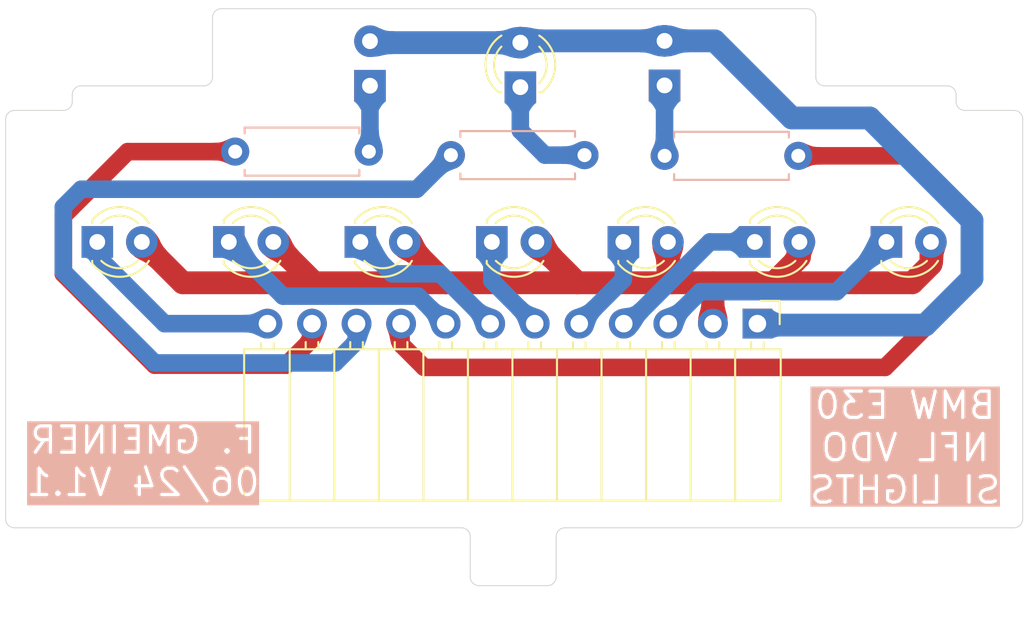
<source format=kicad_pcb>
(kicad_pcb (version 20240108) (generator "pcbnew") (generator_version "8.0")
  (layers (0 "F.Cu" signal) (31 "B.Cu" signal) (34 "B.Paste" user) (35 "F.Paste" user) (36 "B.SilkS" user "B.Silkscreen") (37 "F.SilkS" user "F.Silkscreen") (38 "B.Mask" user) (39 "F.Mask" user) (44 "Edge.Cuts" user))
  (net 0 "")
  (net 1 "Net-(D1-K)")
  (net 2 "Net-(D1-A)")
  (net 3 "Net-(D2-K)")
  (net 4 "Net-(D3-K)")
  (net 5 "Net-(D4-K)")
  (net 6 "Net-(D5-K)")
  (net 7 "Net-(D6-K)")
  (net 8 "Net-(D7-K)")
  (net 9 "Net-(D10-K)")
  (net 10 "Net-(D10-A)")
  (net 11 "Net-(D11-K)")
  (net 12 "Net-(D12-K)")
  (net 13 "Net-(J1-BULB_INSP)")
  (net 14 "Net-(J1-BULB_OIL)")
  (net 15 "Net-(J1-BULB_TIME)")
  (footprint "LED_THT:LED_Rectangular_W5.0mm_H2.0mm_Horizontal_O3.81mm_Z1.0mm" (layer "F.Cu") (at 158.975 76.775 90)
    (property "Reference" "D12" (hide yes))
    (property "Value" "LED_INSP")
    (pad "1" thru_hole rect (at 0 0 90) (size 1.8 1.8) (drill 0.9) (layers "*.Cu" "*.Mask") (net 12 "Net-(D12-K)"))
    (pad "2" thru_hole circle (at 2.54 0 90) (size 1.8 1.8) (drill 0.9) (layers "*.Cu" "*.Mask") (net 10 "Net-(D10-A)"))
  )
  (footprint "LED_THT:LED_D3.0mm" (layer "F.Cu") (at 141.625 85.7)
    (property "Reference" "D5" (hide yes))
    (property "Value" "LED_G3")
    (fp_line (start -0.29 -1.236) (end -0.29 -1.08) (stroke (width 0.12)) (layer "F.SilkS"))
    (fp_line (start -0.29 1.08) (end -0.29 1.236) (stroke (width 0.12)) (layer "F.SilkS"))
    (fp_arc (start -0.29 -1.235516) (mid 1.366487 -1.987659) (end 2.942335 -1.078608) (stroke (width 0.12)) (layer "F.SilkS"))
    (fp_arc (start 0.229039 -1.08) (mid 1.270117 -1.5) (end 2.31113 -1.079837) (stroke (width 0.12)) (layer "F.SilkS"))
    (fp_arc (start 2.31113 1.079837) (mid 1.270117 1.5) (end 0.229039 1.08) (stroke (width 0.12)) (layer "F.SilkS"))
    (fp_arc (start 2.942335 1.078608) (mid 1.366487 1.987659) (end -0.29 1.235516) (stroke (width 0.12)) (layer "F.SilkS"))
    (pad "1" thru_hole rect (at 0 0) (size 1.8 1.8) (drill 0.9) (layers "*.Cu" "*.Mask") (net 6 "Net-(D5-K)"))
    (pad "2" thru_hole circle (at 2.54 0) (size 1.8 1.8) (drill 0.9) (layers "*.Cu" "*.Mask") (net 2 "Net-(D1-A)"))
  )
  (footprint "LED_THT:LED_D3.0mm_Clear" (layer "F.Cu") (at 150.75 76.875 90)
    (property "Reference" "D11" (hide yes))
    (property "Value" "LED_TIME")
    (fp_line (start -0.29 -1.236) (end -0.29 -1.08) (stroke (width 0.12)) (layer "F.SilkS"))
    (fp_line (start -0.29 1.08) (end -0.29 1.236) (stroke (width 0.12)) (layer "F.SilkS"))
    (fp_arc (start -0.29 -1.235516) (mid 1.366487 -1.987659) (end 2.942335 -1.078608) (stroke (width 0.12)) (layer "F.SilkS"))
    (fp_arc (start 0.229039 -1.08) (mid 1.270117 -1.5) (end 2.31113 -1.079837) (stroke (width 0.12)) (layer "F.SilkS"))
    (fp_arc (start 2.942335 1.078608) (mid 1.366487 1.987659) (end -0.29 1.235516) (stroke (width 0.12)) (layer "F.SilkS"))
    (fp_arc (start 2.31113 1.079837) (mid 1.270117 1.5) (end 0.229039 1.08) (stroke (width 0.12)) (layer "F.SilkS"))
    (pad "1" thru_hole rect (at 0 0 90) (size 1.8 1.8) (drill 0.9) (layers "*.Cu" "*.Mask") (net 11 "Net-(D11-K)"))
    (pad "2" thru_hole circle (at 2.54 0 90) (size 1.8 1.8) (drill 0.9) (layers "*.Cu" "*.Mask") (net 10 "Net-(D10-A)"))
  )
  (footprint "LED_THT:LED_D3.0mm" (layer "F.Cu") (at 171.625 85.7)
    (property "Reference" "D1" (hide yes))
    (property "Value" "LED_R")
    (fp_line (start -0.29 -1.236) (end -0.29 -1.08) (stroke (width 0.12)) (layer "F.SilkS"))
    (fp_line (start -0.29 1.08) (end -0.29 1.236) (stroke (width 0.12)) (layer "F.SilkS"))
    (fp_arc (start -0.29 -1.235516) (mid 1.366487 -1.987659) (end 2.942335 -1.078608) (stroke (width 0.12)) (layer "F.SilkS"))
    (fp_arc (start 0.229039 -1.08) (mid 1.270117 -1.5) (end 2.31113 -1.079837) (stroke (width 0.12)) (layer "F.SilkS"))
    (fp_arc (start 2.31113 1.079837) (mid 1.270117 1.5) (end 0.229039 1.08) (stroke (width 0.12)) (layer "F.SilkS"))
    (fp_arc (start 2.942335 1.078608) (mid 1.366487 1.987659) (end -0.29 1.235516) (stroke (width 0.12)) (layer "F.SilkS"))
    (pad "1" thru_hole rect (at 0 0) (size 1.8 1.8) (drill 0.9) (layers "*.Cu" "*.Mask") (net 1 "Net-(D1-K)"))
    (pad "2" thru_hole circle (at 2.54 0) (size 1.8 1.8) (drill 0.9) (layers "*.Cu" "*.Mask") (net 2 "Net-(D1-A)"))
  )
  (footprint "LED_THT:LED_D3.0mm" (layer "F.Cu") (at 149.125 85.7)
    (property "Reference" "D4" (hide yes))
    (property "Value" "LED_G4")
    (fp_line (start -0.29 -1.236) (end -0.29 -1.08) (stroke (width 0.12)) (layer "F.SilkS"))
    (fp_line (start -0.29 1.08) (end -0.29 1.236) (stroke (width 0.12)) (layer "F.SilkS"))
    (fp_arc (start -0.29 -1.235516) (mid 1.366487 -1.987659) (end 2.942335 -1.078608) (stroke (width 0.12)) (layer "F.SilkS"))
    (fp_arc (start 0.229039 -1.08) (mid 1.270117 -1.5) (end 2.31113 -1.079837) (stroke (width 0.12)) (layer "F.SilkS"))
    (fp_arc (start 2.31113 1.079837) (mid 1.270117 1.5) (end 0.229039 1.08) (stroke (width 0.12)) (layer "F.SilkS"))
    (fp_arc (start 2.942335 1.078608) (mid 1.366487 1.987659) (end -0.29 1.235516) (stroke (width 0.12)) (layer "F.SilkS"))
    (pad "1" thru_hole rect (at 0 0) (size 1.8 1.8) (drill 0.9) (layers "*.Cu" "*.Mask") (net 5 "Net-(D4-K)"))
    (pad "2" thru_hole circle (at 2.54 0) (size 1.8 1.8) (drill 0.9) (layers "*.Cu" "*.Mask") (net 2 "Net-(D1-A)"))
  )
  (footprint "LED_THT:LED_Rectangular_W5.0mm_H2.0mm_Horizontal_O3.81mm_Z1.0mm" (layer "F.Cu") (at 142.175 76.792 90)
    (property "Reference" "D10" (hide yes))
    (property "Value" "LED_OIL")
    (pad "1" thru_hole rect (at 0 0 90) (size 1.8 1.8) (drill 0.9) (layers "*.Cu" "*.Mask") (net 9 "Net-(D10-K)"))
    (pad "2" thru_hole circle (at 2.54 0 90) (size 1.8 1.8) (drill 0.9) (layers "*.Cu" "*.Mask") (net 10 "Net-(D10-A)"))
  )
  (footprint "LED_THT:LED_D3.0mm" (layer "F.Cu") (at 134.125 85.7)
    (property "Reference" "D6" (hide yes))
    (property "Value" "LED_G2")
    (fp_line (start -0.29 -1.236) (end -0.29 -1.08) (stroke (width 0.12)) (layer "F.SilkS"))
    (fp_line (start -0.29 1.08) (end -0.29 1.236) (stroke (width 0.12)) (layer "F.SilkS"))
    (fp_arc (start -0.29 -1.235516) (mid 1.366487 -1.987659) (end 2.942335 -1.078608) (stroke (width 0.12)) (layer "F.SilkS"))
    (fp_arc (start 0.229039 -1.08) (mid 1.270117 -1.5) (end 2.31113 -1.079837) (stroke (width 0.12)) (layer "F.SilkS"))
    (fp_arc (start 2.31113 1.079837) (mid 1.270117 1.5) (end 0.229039 1.08) (stroke (width 0.12)) (layer "F.SilkS"))
    (fp_arc (start 2.942335 1.078608) (mid 1.366487 1.987659) (end -0.29 1.235516) (stroke (width 0.12)) (layer "F.SilkS"))
    (pad "1" thru_hole rect (at 0 0) (size 1.8 1.8) (drill 0.9) (layers "*.Cu" "*.Mask") (net 7 "Net-(D6-K)"))
    (pad "2" thru_hole circle (at 2.54 0) (size 1.8 1.8) (drill 0.9) (layers "*.Cu" "*.Mask") (net 2 "Net-(D1-A)"))
  )
  (footprint "LED_THT:LED_D3.0mm" (layer "F.Cu") (at 126.625 85.7)
    (property "Reference" "D7" (hide yes))
    (property "Value" "LED_G1")
    (fp_line (start -0.29 -1.236) (end -0.29 -1.08) (stroke (width 0.12)) (layer "F.SilkS"))
    (fp_line (start -0.29 1.08) (end -0.29 1.236) (stroke (width 0.12)) (layer "F.SilkS"))
    (fp_arc (start -0.29 -1.235516) (mid 1.366487 -1.987659) (end 2.942335 -1.078608) (stroke (width 0.12)) (layer "F.SilkS"))
    (fp_arc (start 0.229039 -1.08) (mid 1.270117 -1.5) (end 2.31113 -1.079837) (stroke (width 0.12)) (layer "F.SilkS"))
    (fp_arc (start 2.31113 1.079837) (mid 1.270117 1.5) (end 0.229039 1.08) (stroke (width 0.12)) (layer "F.SilkS"))
    (fp_arc (start 2.942335 1.078608) (mid 1.366487 1.987659) (end -0.29 1.235516) (stroke (width 0.12)) (layer "F.SilkS"))
    (pad "1" thru_hole rect (at 0 0) (size 1.8 1.8) (drill 0.9) (layers "*.Cu" "*.Mask") (net 8 "Net-(D7-K)"))
    (pad "2" thru_hole circle (at 2.54 0) (size 1.8 1.8) (drill 0.9) (layers "*.Cu" "*.Mask") (net 2 "Net-(D1-A)"))
  )
  (footprint "LED_THT:LED_D3.0mm" (layer "F.Cu") (at 156.625 85.7)
    (property "Reference" "D3" (hide yes))
    (property "Value" "LED_G5")
    (fp_line (start -0.29 -1.236) (end -0.29 -1.08) (stroke (width 0.12)) (layer "F.SilkS"))
    (fp_line (start -0.29 1.08) (end -0.29 1.236) (stroke (width 0.12)) (layer "F.SilkS"))
    (fp_arc (start -0.29 -1.235516) (mid 1.366487 -1.987659) (end 2.942335 -1.078608) (stroke (width 0.12)) (layer "F.SilkS"))
    (fp_arc (start 0.229039 -1.08) (mid 1.270117 -1.5) (end 2.31113 -1.079837) (stroke (width 0.12)) (layer "F.SilkS"))
    (fp_arc (start 2.31113 1.079837) (mid 1.270117 1.5) (end 0.229039 1.08) (stroke (width 0.12)) (layer "F.SilkS"))
    (fp_arc (start 2.942335 1.078608) (mid 1.366487 1.987659) (end -0.29 1.235516) (stroke (width 0.12)) (layer "F.SilkS"))
    (pad "1" thru_hole rect (at 0 0) (size 1.8 1.8) (drill 0.9) (layers "*.Cu" "*.Mask") (net 4 "Net-(D3-K)"))
    (pad "2" thru_hole circle (at 2.54 0) (size 1.8 1.8) (drill 0.9) (layers "*.Cu" "*.Mask") (net 2 "Net-(D1-A)"))
  )
  (footprint "Connector_PinSocket_2.54mm:PinSocket_1x12_P2.54mm_Horizontal" (layer "F.Cu") (at 136.33 90.36 90)
    (property "Reference" "J1" (hide yes))
    (property "Value" "Conn_01x12_Socket")
    (fp_line (start -1.46 -1.33) (end -1.46 29.27) (stroke (width 0.12)) (layer "F.SilkS"))
    (fp_line (start -10.09 -1.33) (end -1.46 -1.33) (stroke (width 0.12)) (layer "F.SilkS"))
    (fp_line (start -10.09 -1.33) (end -10.09 29.27) (stroke (width 0.12)) (layer "F.SilkS"))
    (fp_line (start -1.46 -0.36) (end -1.11 -0.36) (stroke (width 0.12)) (layer "F.SilkS"))
    (fp_line (start -1.46 0.36) (end -1.11 0.36) (stroke (width 0.12)) (layer "F.SilkS"))
    (fp_line (start -10.09 1.27) (end -1.46 1.27) (stroke (width 0.12)) (layer "F.SilkS"))
    (fp_line (start -1.46 2.18) (end -1.05 2.18) (stroke (width 0.12)) (layer "F.SilkS"))
    (fp_line (start -1.46 2.9) (end -1.05 2.9) (stroke (width 0.12)) (layer "F.SilkS"))
    (fp_line (start -10.09 3.81) (end -1.46 3.81) (stroke (width 0.12)) (layer "F.SilkS"))
    (fp_line (start -1.46 4.72) (end -1.05 4.72) (stroke (width 0.12)) (layer "F.SilkS"))
    (fp_line (start -1.46 5.44) (end -1.05 5.44) (stroke (width 0.12)) (layer "F.SilkS"))
    (fp_line (start -10.09 6.35) (end -1.46 6.35) (stroke (width 0.12)) (layer "F.SilkS"))
    (fp_line (start -1.46 7.26) (end -1.05 7.26) (stroke (width 0.12)) (layer "F.SilkS"))
    (fp_line (start -1.46 7.98) (end -1.05 7.98) (stroke (width 0.12)) (layer "F.SilkS"))
    (fp_line (start -10.09 8.89) (end -1.46 8.89) (stroke (width 0.12)) (layer "F.SilkS"))
    (fp_line (start -1.46 9.8) (end -1.05 9.8) (stroke (width 0.12)) (layer "F.SilkS"))
    (fp_line (start -1.46 10.52) (end -1.05 10.52) (stroke (width 0.12)) (layer "F.SilkS"))
    (fp_line (start -10.09 11.43) (end -1.46 11.43) (stroke (width 0.12)) (layer "F.SilkS"))
    (fp_line (start -1.46 12.34) (end -1.05 12.34) (stroke (width 0.12)) (layer "F.SilkS"))
    (fp_line (start -1.46 13.06) (end -1.05 13.06) (stroke (width 0.12)) (layer "F.SilkS"))
    (fp_line (start -10.09 13.97) (end -1.46 13.97) (stroke (width 0.12)) (layer "F.SilkS"))
    (fp_line (start -1.46 14.88) (end -1.05 14.88) (stroke (width 0.12)) (layer "F.SilkS"))
    (fp_line (start -1.46 15.6) (end -1.05 15.6) (stroke (width 0.12)) (layer "F.SilkS"))
    (fp_line (start -10.09 16.51) (end -1.46 16.51) (stroke (width 0.12)) (layer "F.SilkS"))
    (fp_line (start -1.46 17.42) (end -1.05 17.42) (stroke (width 0.12)) (layer "F.SilkS"))
    (fp_line (start -1.46 18.14) (end -1.05 18.14) (stroke (width 0.12)) (layer "F.SilkS"))
    (fp_line (start -10.09 19.05) (end -1.46 19.05) (stroke (width 0.12)) (layer "F.SilkS"))
    (fp_line (start -1.46 19.96) (end -1.05 19.96) (stroke (width 0.12)) (layer "F.SilkS"))
    (fp_line (start -1.46 20.68) (end -1.05 20.68) (stroke (width 0.12)) (layer "F.SilkS"))
    (fp_line (start -10.09 21.59) (end -1.46 21.59) (stroke (width 0.12)) (layer "F.SilkS"))
    (fp_line (start -1.46 22.5) (end -1.05 22.5) (stroke (width 0.12)) (layer "F.SilkS"))
    (fp_line (start -1.46 23.22) (end -1.05 23.22) (stroke (width 0.12)) (layer "F.SilkS"))
    (fp_line (start -10.09 24.13) (end -1.46 24.13) (stroke (width 0.12)) (layer "F.SilkS"))
    (fp_line (start -1.46 25.04) (end -1.05 25.04) (stroke (width 0.12)) (layer "F.SilkS"))
    (fp_line (start -1.46 25.76) (end -1.05 25.76) (stroke (width 0.12)) (layer "F.SilkS"))
    (fp_line (start -10.09 26.67) (end -1.46 26.67) (stroke (width 0.12)) (layer "F.SilkS"))
    (fp_line (start -1.46 27.58) (end -1.05 27.58) (stroke (width 0.12)) (layer "F.SilkS"))
    (fp_line (start 1.3 28.1) (end 1.3 29.21) (stroke (width 0.12)) (layer "F.SilkS"))
    (fp_line (start -1.46 28.3) (end -1.05 28.3) (stroke (width 0.12)) (layer "F.SilkS"))
    (fp_line (start 1.3 29.21) (end -0.03 29.21) (stroke (width 0.12)) (layer "F.SilkS"))
    (fp_line (start -10.09 29.27) (end -1.46 29.27) (stroke (width 0.12)) (layer "F.SilkS"))
    (pad "1" thru_hole rect (at 0 27.94 90) (size 1.7 1.7) (drill 1) (layers "*.Cu" "*.Mask") (net 10 "Net-(D10-A)"))
    (pad "2" thru_hole oval (at 0 25.4 90) (size 1.7 1.7) (drill 1) (layers "*.Cu" "*.Mask") (net 2 "Net-(D1-A)"))
    (pad "3" thru_hole oval (at 0 22.86 90) (size 1.7 1.7) (drill 1) (layers "*.Cu" "*.Mask") (net 1 "Net-(D1-K)"))
    (pad "4" thru_hole oval (at 0 20.32 90) (size 1.7 1.7) (drill 1) (layers "*.Cu" "*.Mask") (net 3 "Net-(D2-K)"))
    (pad "5" thru_hole oval (at 0 17.78 90) (size 1.7 1.7) (drill 1) (layers "*.Cu" "*.Mask") (net 4 "Net-(D3-K)"))
    (pad "6" thru_hole oval (at 0 15.24 90) (size 1.7 1.7) (drill 1) (layers "*.Cu" "*.Mask") (net 5 "Net-(D4-K)"))
    (pad "7" thru_hole oval (at 0 12.7 90) (size 1.7 1.7) (drill 1) (layers "*.Cu" "*.Mask") (net 6 "Net-(D5-K)"))
    (pad "8" thru_hole oval (at 0 10.16 90) (size 1.7 1.7) (drill 1) (layers "*.Cu" "*.Mask") (net 7 "Net-(D6-K)"))
    (pad "9" thru_hole oval (at 0 7.62 90) (size 1.7 1.7) (drill 1) (layers "*.Cu" "*.Mask") (net 13 "Net-(J1-BULB_INSP)"))
    (pad "10" thru_hole oval (at 0 5.08 90) (size 1.7 1.7) (drill 1) (layers "*.Cu" "*.Mask") (net 15 "Net-(J1-BULB_TIME)"))
    (pad "11" thru_hole oval (at 0 2.54 90) (size 1.7 1.7) (drill 1) (layers "*.Cu" "*.Mask") (net 14 "Net-(J1-BULB_OIL)"))
    (pad "12" thru_hole circle (at 0 0 90) (size 1.7 1.7) (drill 1) (layers "*.Cu" "*.Mask") (net 8 "Net-(D7-K)"))
  )
  (footprint "LED_THT:LED_D3.0mm" (layer "F.Cu") (at 164.125 85.7)
    (property "Reference" "D2" (hide yes))
    (property "Value" "LED_Y")
    (fp_line (start -0.29 -1.236) (end -0.29 -1.08) (stroke (width 0.12)) (layer "F.SilkS"))
    (fp_line (start -0.29 1.08) (end -0.29 1.236) (stroke (width 0.12)) (layer "F.SilkS"))
    (fp_arc (start -0.29 -1.235516) (mid 1.366487 -1.987659) (end 2.942335 -1.078608) (stroke (width 0.12)) (layer "F.SilkS"))
    (fp_arc (start 0.229039 -1.08) (mid 1.270117 -1.5) (end 2.31113 -1.079837) (stroke (width 0.12)) (layer "F.SilkS"))
    (fp_arc (start 2.31113 1.079837) (mid 1.270117 1.5) (end 0.229039 1.08) (stroke (width 0.12)) (layer "F.SilkS"))
    (fp_arc (start 2.942335 1.078608) (mid 1.366487 1.987659) (end -0.29 1.235516) (stroke (width 0.12)) (layer "F.SilkS"))
    (pad "1" thru_hole rect (at 0 0) (size 1.8 1.8) (drill 0.9) (layers "*.Cu" "*.Mask") (net 3 "Net-(D2-K)"))
    (pad "2" thru_hole circle (at 2.54 0) (size 1.8 1.8) (drill 0.9) (layers "*.Cu" "*.Mask") (net 2 "Net-(D1-A)"))
  )
  (footprint "Resistor_THT:R_Axial_DIN0207_L6.3mm_D2.5mm_P7.62mm_Horizontal" (layer "B.Cu") (at 166.6 80.79 180)
    (property "Reference" "R3" (hide yes))
    (property "Value" "160R")
    (fp_line (start 7.08 1.37) (end 0.54 1.37) (stroke (width 0.12)) (layer "B.SilkS"))
    (fp_line (start 7.08 1.04) (end 7.08 1.37) (stroke (width 0.12)) (layer "B.SilkS"))
    (fp_line (start 7.08 -1.04) (end 7.08 -1.37) (stroke (width 0.12)) (layer "B.SilkS"))
    (fp_line (start 7.08 -1.37) (end 0.54 -1.37) (stroke (width 0.12)) (layer "B.SilkS"))
    (fp_line (start 0.54 1.37) (end 0.54 1.04) (stroke (width 0.12)) (layer "B.SilkS"))
    (fp_line (start 0.54 -1.37) (end 0.54 -1.04) (stroke (width 0.12)) (layer "B.SilkS"))
    (pad "1" thru_hole circle (at 0 0 180) (size 1.6 1.6) (drill 0.8) (layers "*.Cu" "*.Mask") (net 13 "Net-(J1-BULB_INSP)"))
    (pad "2" thru_hole oval (at 7.62 0 180) (size 1.6 1.6) (drill 0.8) (layers "*.Cu" "*.Mask") (net 12 "Net-(D12-K)"))
  )
  (footprint "Resistor_THT:R_Axial_DIN0207_L6.3mm_D2.5mm_P7.62mm_Horizontal" (layer "B.Cu") (at 146.79 80.75)
    (property "Reference" "R2" (hide yes))
    (property "Value" "160R")
    (fp_line (start 0.54 -1.37) (end 0.54 -1.04) (stroke (width 0.12)) (layer "B.SilkS"))
    (fp_line (start 0.54 1.37) (end 0.54 1.04) (stroke (width 0.12)) (layer "B.SilkS"))
    (fp_line (start 7.08 -1.37) (end 0.54 -1.37) (stroke (width 0.12)) (layer "B.SilkS"))
    (fp_line (start 7.08 -1.04) (end 7.08 -1.37) (stroke (width 0.12)) (layer "B.SilkS"))
    (fp_line (start 7.08 1.04) (end 7.08 1.37) (stroke (width 0.12)) (layer "B.SilkS"))
    (fp_line (start 7.08 1.37) (end 0.54 1.37) (stroke (width 0.12)) (layer "B.SilkS"))
    (pad "1" thru_hole circle (at 0 0) (size 1.6 1.6) (drill 0.8) (layers "*.Cu" "*.Mask") (net 15 "Net-(J1-BULB_TIME)"))
    (pad "2" thru_hole oval (at 7.62 0) (size 1.6 1.6) (drill 0.8) (layers "*.Cu" "*.Mask") (net 11 "Net-(D11-K)"))
  )
  (footprint "Resistor_THT:R_Axial_DIN0207_L6.3mm_D2.5mm_P7.62mm_Horizontal" (layer "B.Cu") (at 134.49 80.55)
    (property "Reference" "R1" (hide yes))
    (property "Value" "160R")
    (fp_line (start 0.54 -1.37) (end 0.54 -1.04) (stroke (width 0.12)) (layer "B.SilkS"))
    (fp_line (start 0.54 1.37) (end 0.54 1.04) (stroke (width 0.12)) (layer "B.SilkS"))
    (fp_line (start 7.08 -1.37) (end 0.54 -1.37) (stroke (width 0.12)) (layer "B.SilkS"))
    (fp_line (start 7.08 -1.04) (end 7.08 -1.37) (stroke (width 0.12)) (layer "B.SilkS"))
    (fp_line (start 7.08 1.04) (end 7.08 1.37) (stroke (width 0.12)) (layer "B.SilkS"))
    (fp_line (start 7.08 1.37) (end 0.54 1.37) (stroke (width 0.12)) (layer "B.SilkS"))
    (pad "1" thru_hole circle (at 0 0) (size 1.6 1.6) (drill 0.8) (layers "*.Cu" "*.Mask") (net 14 "Net-(J1-BULB_OIL)"))
    (pad "2" thru_hole oval (at 7.62 0) (size 1.6 1.6) (drill 0.8) (layers "*.Cu" "*.Mask") (net 9 "Net-(D10-K)"))
  )
  (gr_arc (start 133.2 76.3) (mid 133.053553 76.653553) (end 132.7 76.8) (stroke (width 0.05)) (layer "Edge.Cuts"))
  (gr_line (start 124.7 78.2) (end 121.9 78.2) (stroke (width 0.05)) (layer "Edge.Cuts"))
  (gr_arc (start 152.794023 102.501) (mid 152.940483 102.14746) (end 153.294023 102.001) (stroke (width 0.05)) (layer "Edge.Cuts"))
  (gr_arc (start 179.396447 101.5) (mid 179.249987 101.85354) (end 178.896447 102) (stroke (width 0.05)) (layer "Edge.Cuts"))
  (gr_arc (start 147.393976 102.001) (mid 147.747516 102.14746) (end 147.893976 102.501) (stroke (width 0.05)) (layer "Edge.Cuts"))
  (gr_line (start 179.396447 101.5) (end 179.396447 78.7) (stroke (width 0.05)) (layer "Edge.Cuts"))
  (gr_line (start 175.6 77.7) (end 175.6 77.3) (stroke (width 0.05)) (layer "Edge.Cuts"))
  (gr_arc (start 133.2 72.9) (mid 133.346447 72.546447) (end 133.7 72.4) (stroke (width 0.05)) (layer "Edge.Cuts"))
  (gr_line (start 121.4 78.7) (end 121.4 101.5) (stroke (width 0.05)) (layer "Edge.Cuts"))
  (gr_arc (start 178.9 78.2) (mid 179.253553 78.346447) (end 179.4 78.7) (stroke (width 0.05)) (layer "Edge.Cuts"))
  (gr_arc (start 148.393976 105.301) (mid 148.040436 105.15454) (end 147.893976 104.801) (stroke (width 0.05)) (layer "Edge.Cuts"))
  (gr_arc (start 121.4 78.7) (mid 121.546447 78.346447) (end 121.9 78.2) (stroke (width 0.05)) (layer "Edge.Cuts"))
  (gr_arc (start 167.1 72.4) (mid 167.453553 72.546447) (end 167.6 72.9) (stroke (width 0.05)) (layer "Edge.Cuts"))
  (gr_line (start 153.294023 102.001) (end 178.896447 102.001) (stroke (width 0.05)) (layer "Edge.Cuts"))
  (gr_line (start 152.794023 104.801047) (end 152.794023 102.501) (stroke (width 0.05)) (layer "Edge.Cuts"))
  (gr_line (start 147.893976 102.501) (end 147.893976 104.801) (stroke (width 0.05)) (layer "Edge.Cuts"))
  (gr_arc (start 176.1 78.2) (mid 175.746447 78.053553) (end 175.6 77.7) (stroke (width 0.05)) (layer "Edge.Cuts"))
  (gr_line (start 147.393976 102.001) (end 121.9 102.001) (stroke (width 0.05)) (layer "Edge.Cuts"))
  (gr_arc (start 152.794023 104.801047) (mid 152.647563 105.154587) (end 152.294023 105.301047) (stroke (width 0.05)) (layer "Edge.Cuts"))
  (gr_arc (start 125.2 77.3) (mid 125.346447 76.946447) (end 125.7 76.8) (stroke (width 0.05)) (layer "Edge.Cuts"))
  (gr_line (start 167.6 76.3) (end 167.6 72.9) (stroke (width 0.05)) (layer "Edge.Cuts"))
  (gr_arc (start 168.1 76.8) (mid 167.746447 76.653553) (end 167.6 76.3) (stroke (width 0.05)) (layer "Edge.Cuts"))
  (gr_arc (start 175.1 76.8) (mid 175.453553 76.946447) (end 175.6 77.3) (stroke (width 0.05)) (layer "Edge.Cuts"))
  (gr_line (start 133.2 72.9) (end 133.2 76.3) (stroke (width 0.05)) (layer "Edge.Cuts"))
  (gr_line (start 175.1 76.8) (end 168.1 76.8) (stroke (width 0.05)) (layer "Edge.Cuts"))
  (gr_line (start 148.393976 105.301) (end 152.294023 105.301) (stroke (width 0.05)) (layer "Edge.Cuts"))
  (gr_line (start 125.2 77.3) (end 125.2 77.7) (stroke (width 0.05)) (layer "Edge.Cuts"))
  (gr_arc (start 121.9 102) (mid 121.546447 101.853553) (end 121.4 101.5) (stroke (width 0.05)) (layer "Edge.Cuts"))
  (gr_line (start 132.7 76.8) (end 125.7 76.8) (stroke (width 0.05)) (layer "Edge.Cuts"))
  (gr_line (start 178.9 78.2) (end 176.1 78.2) (stroke (width 0.05)) (layer "Edge.Cuts"))
  (gr_arc (start 125.2 77.7) (mid 125.053553 78.053553) (end 124.7 78.2) (stroke (width 0.05)) (layer "Edge.Cuts"))
  (gr_line (start 133.7 72.4) (end 167.1 72.4) (stroke (width 0.05)) (layer "Edge.Cuts"))
  (gr_text "F. GMEINER\n06/24 V1.1" (at 129.2366 100.2972 0) (layer "B.SilkS" knockout) (effects (font (size 1.5 1.5) (thickness 0.1875)) (justify bottom mirror)))
  (gr_text "BMW E30\nNFL VDO\nSI LIGHTS" (at 172.696 100.729 0) (layer "B.SilkS" knockout) (effects (font (size 1.5 1.5) (thickness 0.1875)) (justify bottom mirror)))
  (segment (start 161.012 88.537) (end 159.19 90.359) (width 1) (layer "B.Cu") (net 1))
  (segment (start 171.625 85.7) (end 168.788 88.537) (width 1) (layer "B.Cu") (net 1))
  (segment (start 159.19 90.359) (end 159.19 90.36) (width 0.6) (layer "B.Cu") (net 1))
  (segment (start 168.788 88.537) (end 161.012 88.537) (width 1) (layer "B.Cu") (net 1))
  (segment (start 131.494 88.029) (end 138.994 88.029) (width 1.3) (layer "F.Cu") (net 2))
  (segment (start 138.994 88.029) (end 146.494 88.029) (width 1.3) (layer "F.Cu") (net 2))
  (segment (start 129.165 85.7) (end 131.494 88.029) (width 1.3) (layer "F.Cu") (net 2))
  (segment (start 174.165 85.7) (end 174.165 86.972792) (width 1.3) (layer "F.Cu") (net 2))
  (segment (start 166.665 85.7) (end 166.665 86.567) (width 1.3) (layer "F.Cu") (net 2))
  (segment (start 159.399 88.029) (end 159.165 87.795) (width 1.3) (layer "F.Cu") (net 2))
  (segment (start 146.494 88.029) (end 153.994 88.029) (width 1.3) (layer "F.Cu") (net 2))
  (segment (start 159.165 87.795) (end 159.165 85.7) (width 1.3) (layer "F.Cu") (net 2))
  (segment (start 166.665 86.567) (end 165.203 88.029) (width 1.3) (layer "F.Cu") (net 2))
  (segment (start 136.665 85.7) (end 138.994 88.029) (width 1.3) (layer "F.Cu") (net 2))
  (segment (start 161.73 90.36) (end 161.73 88.029) (width 1.3) (layer "F.Cu") (net 2))
  (segment (start 151.665 85.7) (end 153.994 88.029) (width 1.3) (layer "F.Cu") (net 2))
  (segment (start 173.108792 88.029) (end 165.203 88.029) (width 1.3) (layer "F.Cu") (net 2))
  (segment (start 165.203 88.029) (end 159.399 88.029) (width 1.3) (layer "F.Cu") (net 2))
  (segment (start 174.165 86.972792) (end 173.108792 88.029) (width 1.3) (layer "F.Cu") (net 2))
  (segment (start 153.994 88.029) (end 159.399 88.029) (width 1.3) (layer "F.Cu") (net 2))
  (segment (start 144.165 85.7) (end 146.494 88.029) (width 1.3) (layer "F.Cu") (net 2))
  (segment (start 167.008 85.7) (end 167.008 86.075) (width 0.6) (layer "B.Cu") (net 2))
  (segment (start 164.125 85.7) (end 161.563 85.7) (width 1) (layer "B.Cu") (net 3))
  (segment (start 156.903 90.36) (end 156.65 90.36) (width 1) (layer "B.Cu") (net 3))
  (segment (start 161.563 85.7) (end 156.903 90.36) (width 1) (layer "B.Cu") (net 3))
  (segment (start 156.625 85.7) (end 156.625 87.845) (width 1) (layer "B.Cu") (net 4))
  (segment (start 156.625 87.845) (end 154.11 90.36) (width 1) (layer "B.Cu") (net 4))
  (segment (start 149.125 87.915) (end 151.57 90.36) (width 1) (layer "B.Cu") (net 5))
  (segment (start 149.125 85.7) (end 149.125 87.915) (width 1) (layer "B.Cu") (net 5))
  (segment (start 143.446 87.521) (end 146.191 87.521) (width 1) (layer "B.Cu") (net 6))
  (segment (start 146.191 87.521) (end 149.03 90.36) (width 1) (layer "B.Cu") (net 6))
  (segment (start 141.625 85.7) (end 143.446 87.521) (width 1) (layer "B.Cu") (net 6))
  (segment (start 134.125 85.7) (end 137.216 88.791) (width 1) (layer "B.Cu") (net 7))
  (segment (start 144.921 88.791) (end 146.49 90.36) (width 1) (layer "B.Cu") (net 7))
  (segment (start 137.216 88.791) (end 144.921 88.791) (width 1) (layer "B.Cu") (net 7))
  (segment (start 126.625 85.7) (end 126.625 86.525) (width 1) (layer "B.Cu") (net 8))
  (segment (start 130.46 90.36) (end 136.33 90.36) (width 1) (layer "B.Cu") (net 8))
  (segment (start 126.625 86.525) (end 130.46 90.36) (width 1) (layer "B.Cu") (net 8))
  (segment (start 136.248 90.442) (end 136.33 90.36) (width 1) (layer "B.Cu") (net 8))
  (segment (start 142.25 80.11) (end 142.11 80.25) (width 0.6) (layer "F.Cu") (net 9))
  (segment (start 142.175 80.485) (end 142.11 80.55) (width 1.3) (layer "B.Cu") (net 9))
  (segment (start 142.175 76.792) (end 142.175 80.485) (width 1) (layer "B.Cu") (net 9))
  (segment (start 176.506 87.775) (end 173.839 90.442) (width 1.3) (layer "B.Cu") (net 10))
  (segment (start 173.839 90.442) (end 164.352 90.442) (width 1.3) (layer "B.Cu") (net 10))
  (segment (start 170.664 78.631) (end 176.506 84.473) (width 1.3) (layer "B.Cu") (net 10))
  (segment (start 161.835 74.235) (end 166.231 78.631) (width 1.3) (layer "B.Cu") (net 10))
  (segment (start 164.352 90.442) (end 164.27 90.36) (width 1.3) (layer "B.Cu") (net 10))
  (segment (start 158.975 74.235) (end 150.85 74.235) (width 1.3) (layer "B.Cu") (net 10))
  (segment (start 166.231 78.631) (end 170.664 78.631) (width 1.3) (layer "B.Cu") (net 10))
  (segment (start 150.85 74.235) (end 150.75 74.335) (width 1.3) (layer "B.Cu") (net 10))
  (segment (start 176.506 84.473) (end 176.506 87.775) (width 1.3) (layer "B.Cu") (net 10))
  (segment (start 150.75 74.335) (end 142.258 74.335) (width 1.3) (layer "B.Cu") (net 10))
  (segment (start 158.975 74.235) (end 161.835 74.235) (width 1.3) (layer "B.Cu") (net 10))
  (segment (start 142.258 74.335) (end 142.175 74.252) (width 1.3) (layer "B.Cu") (net 10))
  (segment (start 152.15 80.75) (end 154.41 80.75) (width 1) (layer "B.Cu") (net 11))
  (segment (start 150.75 79.35) (end 152.15 80.75) (width 1) (layer "B.Cu") (net 11))
  (segment (start 150.75 76.875) (end 150.75 79.35) (width 1) (layer "B.Cu") (net 11))
  (segment (start 158.975 76.775) (end 158.975 80.785) (width 1) (layer "B.Cu") (net 12))
  (segment (start 158.975 80.785) (end 158.98 80.79) (width 1) (layer "B.Cu") (net 12))
  (segment (start 171.553 92.855) (end 145.264 92.855) (width 1) (layer "F.Cu") (net 13))
  (segment (start 143.95 91.541) (end 143.95 90.36) (width 1) (layer "F.Cu") (net 13))
  (segment (start 176.379 84.219) (end 176.379 88.029) (width 1) (layer "F.Cu") (net 13))
  (segment (start 145.264 92.855) (end 143.95 91.541) (width 1) (layer "F.Cu") (net 13))
  (segment (start 166.6 80.79) (end 172.95 80.79) (width 1) (layer "F.Cu") (net 13))
  (segment (start 172.95 80.79) (end 176.379 84.219) (width 1) (layer "F.Cu") (net 13))
  (segment (start 176.379 88.029) (end 171.553 92.855) (width 1) (layer "F.Cu") (net 13))
  (segment (start 138.87 91.248) (end 137.39 92.728) (width 1) (layer "F.Cu") (net 14))
  (segment (start 124.69 84.219) (end 128.359 80.55) (width 1) (layer "F.Cu") (net 14))
  (segment (start 124.69 87.521) (end 124.69 84.219) (width 1) (layer "F.Cu") (net 14))
  (segment (start 138.87 90.36) (end 138.87 91.248) (width 1) (layer "F.Cu") (net 14))
  (segment (start 128.359 80.55) (end 134.49 80.55) (width 1) (layer "F.Cu") (net 14))
  (segment (start 137.39 92.728) (end 129.897 92.728) (width 1) (layer "F.Cu") (net 14))
  (segment (start 129.897 92.728) (end 124.69 87.521) (width 1) (layer "F.Cu") (net 14))
  (segment (start 141.41 91.375) (end 141.41 90.36) (width 1) (layer "B.Cu") (net 15))
  (segment (start 140.184 92.601) (end 141.41 91.375) (width 1) (layer "B.Cu") (net 15))
  (segment (start 144.845 82.695) (end 125.706 82.695) (width 1) (layer "B.Cu") (net 15))
  (segment (start 124.69 87.394) (end 129.897 92.601) (width 1) (layer "B.Cu") (net 15))
  (segment (start 129.897 92.601) (end 140.184 92.601) (width 1) (layer "B.Cu") (net 15))
  (segment (start 124.69 83.711) (end 124.69 87.394) (width 1) (layer "B.Cu") (net 15))
  (segment (start 125.706 82.695) (end 124.69 83.711) (width 1) (layer "B.Cu") (net 15))
  (segment (start 146.79 80.75) (end 144.845 82.695) (width 1) (layer "B.Cu") (net 15))
)
</source>
